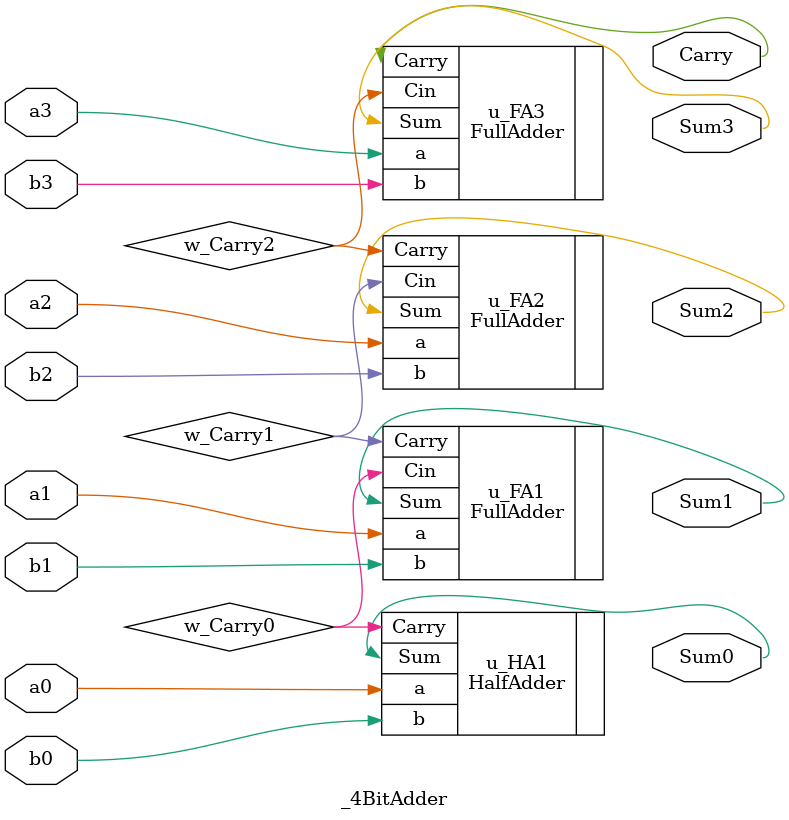
<source format=v>
`timescale 1ns / 1ps


module _4BitAdder(

    input a0,
    input a1,
    input a2,
    input a3,
    input b0,
    input b1,
    input b2,
    input b3,
    output Sum0,
    output Sum1,
    output Sum2,
    output Sum3,
    output Carry
    );

    wire w_Carry0, w_Carry1, w_Carry2;

    HalfAdder u_HA1(
        .a(a0),
        .b(b0),
        .Sum(Sum0),
        .Carry(w_Carry0)
    );

    FullAdder u_FA1(
        .a(a1),
        .b(b1),
        .Cin(w_Carry0),
        .Sum(Sum1),
        .Carry(w_Carry1)
    );

    FullAdder u_FA2(
        .a(a2),
        .b(b2),
        .Cin(w_Carry1),
        .Sum(Sum2),
        .Carry(w_Carry2)
    );

    FullAdder u_FA3(
        .a(a3),
        .b(b3),
        .Cin(w_Carry2),
        .Sum(Sum3),
        .Carry(Carry)
    );
endmodule


</source>
